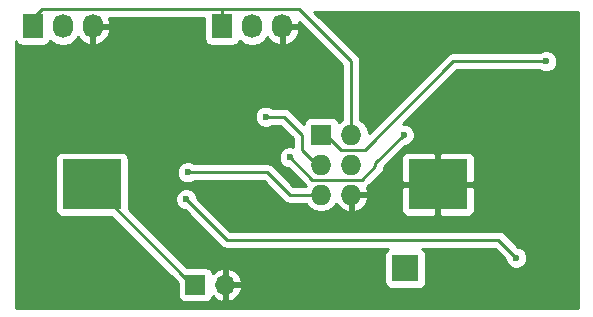
<source format=gbl>
G04 #@! TF.GenerationSoftware,KiCad,Pcbnew,no-vcs-found-7500~57~ubuntu16.04.1*
G04 #@! TF.CreationDate,2017-01-25T22:27:02+01:00*
G04 #@! TF.ProjectId,MultiUse_Battery_RFM69HCW,4D756C74695573655F42617474657279,rev?*
G04 #@! TF.FileFunction,Copper,L2,Bot,Signal*
G04 #@! TF.FilePolarity,Positive*
%FSLAX46Y46*%
G04 Gerber Fmt 4.6, Leading zero omitted, Abs format (unit mm)*
G04 Created by KiCad (PCBNEW no-vcs-found-7500~57~ubuntu16.04.1) date Wed Jan 25 22:27:02 2017*
%MOMM*%
%LPD*%
G01*
G04 APERTURE LIST*
%ADD10C,0.100000*%
%ADD11R,5.000000X4.200000*%
%ADD12R,2.235200X2.235200*%
%ADD13R,1.727200X2.032000*%
%ADD14O,1.727200X2.032000*%
%ADD15R,1.727200X1.727200*%
%ADD16O,1.727200X1.727200*%
%ADD17O,1.700000X1.700000*%
%ADD18R,1.700000X1.700000*%
%ADD19C,0.600000*%
%ADD20C,0.250000*%
%ADD21C,0.254000*%
G04 APERTURE END LIST*
D10*
D11*
X118454000Y-67818000D03*
X89154000Y-67818000D03*
D12*
X115697000Y-74930000D03*
D13*
X84162900Y-54444900D03*
D14*
X86702900Y-54444900D03*
X89242900Y-54444900D03*
D13*
X100190300Y-54432200D03*
D14*
X102730300Y-54432200D03*
X105270300Y-54432200D03*
D15*
X108585000Y-63627000D03*
D16*
X111125000Y-63627000D03*
X108585000Y-66167000D03*
X111125000Y-66167000D03*
X108585000Y-68707000D03*
X111125000Y-68707000D03*
D17*
X100457000Y-76327000D03*
D18*
X97917000Y-76327000D03*
D19*
X127635000Y-57404000D03*
X103886000Y-62103000D03*
X97282000Y-66802000D03*
X125095000Y-74041000D03*
X97155000Y-69088000D03*
X105918000Y-65532000D03*
X115570000Y-63627000D03*
D20*
X100190300Y-54432200D02*
X100190300Y-52959000D01*
X100190300Y-52959000D02*
X100203000Y-52959000D01*
X84162900Y-54444900D02*
X84162900Y-53759100D01*
X84162900Y-53759100D02*
X84963000Y-52959000D01*
X84963000Y-52959000D02*
X100203000Y-52959000D01*
X100203000Y-52959000D02*
X101473000Y-52959000D01*
X101473000Y-52959000D02*
X106680000Y-52959000D01*
X100190300Y-54432200D02*
X100190300Y-53479700D01*
X111125000Y-57404000D02*
X111125000Y-59690000D01*
X111125000Y-61671200D02*
X111125000Y-63627000D01*
X111125000Y-61087000D02*
X111125000Y-61671200D01*
X111125000Y-59690000D02*
X111125000Y-61087000D01*
X106680000Y-52959000D02*
X111125000Y-57404000D01*
X112141000Y-64897000D02*
X112268000Y-64897000D01*
X119761000Y-57404000D02*
X127635000Y-57404000D01*
X112268000Y-64897000D02*
X119761000Y-57404000D01*
X108585000Y-63627000D02*
X108966000Y-63627000D01*
X108966000Y-63627000D02*
X110236000Y-64897000D01*
X110236000Y-64897000D02*
X112141000Y-64897000D01*
X108585000Y-66167000D02*
X108204000Y-66167000D01*
X108204000Y-66167000D02*
X106934000Y-64897000D01*
X105410000Y-62103000D02*
X103886000Y-62103000D01*
X106934000Y-63627000D02*
X105410000Y-62103000D01*
X106934000Y-64897000D02*
X106934000Y-63627000D01*
X108585000Y-68707000D02*
X105918000Y-68707000D01*
X104013000Y-66802000D02*
X97282000Y-66802000D01*
X105918000Y-68707000D02*
X104013000Y-66802000D01*
X125095000Y-74041000D02*
X123571000Y-72517000D01*
X123571000Y-72517000D02*
X100584000Y-72517000D01*
X100584000Y-72517000D02*
X97155000Y-69088000D01*
X105918000Y-65532000D02*
X107823000Y-67437000D01*
X107823000Y-67437000D02*
X108204000Y-67437000D01*
X112014000Y-67437000D02*
X108204000Y-67437000D01*
X108204000Y-67437000D02*
X107823000Y-67437000D01*
X113157000Y-66294000D02*
X112014000Y-67437000D01*
X113157000Y-66040000D02*
X113157000Y-66294000D01*
X115570000Y-63627000D02*
X113157000Y-66040000D01*
X97663000Y-76327000D02*
X89154000Y-67818000D01*
D21*
G36*
X130290000Y-78290000D02*
X82710000Y-78290000D01*
X82710000Y-65718000D01*
X86006560Y-65718000D01*
X86006560Y-69918000D01*
X86055843Y-70165765D01*
X86196191Y-70375809D01*
X86406235Y-70516157D01*
X86654000Y-70565440D01*
X90826638Y-70565440D01*
X96419560Y-76158362D01*
X96419560Y-77177000D01*
X96468843Y-77424765D01*
X96609191Y-77634809D01*
X96819235Y-77775157D01*
X97067000Y-77824440D01*
X98767000Y-77824440D01*
X99014765Y-77775157D01*
X99224809Y-77634809D01*
X99365157Y-77424765D01*
X99385739Y-77321292D01*
X99690076Y-77598645D01*
X100100110Y-77768476D01*
X100330000Y-77647155D01*
X100330000Y-76454000D01*
X100584000Y-76454000D01*
X100584000Y-77647155D01*
X100813890Y-77768476D01*
X101223924Y-77598645D01*
X101652183Y-77208358D01*
X101898486Y-76683892D01*
X101777819Y-76454000D01*
X100584000Y-76454000D01*
X100330000Y-76454000D01*
X100310000Y-76454000D01*
X100310000Y-76200000D01*
X100330000Y-76200000D01*
X100330000Y-75006845D01*
X100584000Y-75006845D01*
X100584000Y-76200000D01*
X101777819Y-76200000D01*
X101898486Y-75970108D01*
X101652183Y-75445642D01*
X101223924Y-75055355D01*
X100813890Y-74885524D01*
X100584000Y-75006845D01*
X100330000Y-75006845D01*
X100100110Y-74885524D01*
X99690076Y-75055355D01*
X99385739Y-75332708D01*
X99365157Y-75229235D01*
X99224809Y-75019191D01*
X99014765Y-74878843D01*
X98767000Y-74829560D01*
X97240362Y-74829560D01*
X92301440Y-69890638D01*
X92301440Y-69273167D01*
X96219838Y-69273167D01*
X96361883Y-69616943D01*
X96624673Y-69880192D01*
X96968201Y-70022838D01*
X97015077Y-70022879D01*
X100046599Y-73054401D01*
X100293160Y-73219148D01*
X100584000Y-73277000D01*
X114237713Y-73277000D01*
X114121591Y-73354591D01*
X113981243Y-73564635D01*
X113931960Y-73812400D01*
X113931960Y-76047600D01*
X113981243Y-76295365D01*
X114121591Y-76505409D01*
X114331635Y-76645757D01*
X114579400Y-76695040D01*
X116814600Y-76695040D01*
X117062365Y-76645757D01*
X117272409Y-76505409D01*
X117412757Y-76295365D01*
X117462040Y-76047600D01*
X117462040Y-73812400D01*
X117412757Y-73564635D01*
X117272409Y-73354591D01*
X117156287Y-73277000D01*
X123256198Y-73277000D01*
X124159878Y-74180680D01*
X124159838Y-74226167D01*
X124301883Y-74569943D01*
X124564673Y-74833192D01*
X124908201Y-74975838D01*
X125280167Y-74976162D01*
X125623943Y-74834117D01*
X125887192Y-74571327D01*
X126029838Y-74227799D01*
X126030162Y-73855833D01*
X125888117Y-73512057D01*
X125625327Y-73248808D01*
X125281799Y-73106162D01*
X125234923Y-73106121D01*
X124108401Y-71979599D01*
X123861839Y-71814852D01*
X123571000Y-71757000D01*
X100898802Y-71757000D01*
X98090122Y-68948320D01*
X98090162Y-68902833D01*
X97948117Y-68559057D01*
X97685327Y-68295808D01*
X97341799Y-68153162D01*
X96969833Y-68152838D01*
X96626057Y-68294883D01*
X96362808Y-68557673D01*
X96220162Y-68901201D01*
X96219838Y-69273167D01*
X92301440Y-69273167D01*
X92301440Y-65718000D01*
X92252157Y-65470235D01*
X92111809Y-65260191D01*
X91901765Y-65119843D01*
X91654000Y-65070560D01*
X86654000Y-65070560D01*
X86406235Y-65119843D01*
X86196191Y-65260191D01*
X86055843Y-65470235D01*
X86006560Y-65718000D01*
X82710000Y-65718000D01*
X82710000Y-55721920D01*
X82841491Y-55918709D01*
X83051535Y-56059057D01*
X83299300Y-56108340D01*
X85026500Y-56108340D01*
X85274265Y-56059057D01*
X85484309Y-55918709D01*
X85624657Y-55708665D01*
X85631884Y-55672334D01*
X85643230Y-55689315D01*
X86129411Y-56014171D01*
X86702900Y-56128245D01*
X87276389Y-56014171D01*
X87762570Y-55689315D01*
X87969361Y-55379831D01*
X88340864Y-55795632D01*
X88868109Y-56049609D01*
X88883874Y-56052258D01*
X89115900Y-55931117D01*
X89115900Y-54571900D01*
X89369900Y-54571900D01*
X89369900Y-55931117D01*
X89601926Y-56052258D01*
X89617691Y-56049609D01*
X90144936Y-55795632D01*
X90534854Y-55359220D01*
X90728084Y-54806813D01*
X90583824Y-54571900D01*
X89369900Y-54571900D01*
X89115900Y-54571900D01*
X89095900Y-54571900D01*
X89095900Y-54317900D01*
X89115900Y-54317900D01*
X89115900Y-54297900D01*
X89369900Y-54297900D01*
X89369900Y-54317900D01*
X90583824Y-54317900D01*
X90728084Y-54082987D01*
X90600763Y-53719000D01*
X98679260Y-53719000D01*
X98679260Y-55448200D01*
X98728543Y-55695965D01*
X98868891Y-55906009D01*
X99078935Y-56046357D01*
X99326700Y-56095640D01*
X101053900Y-56095640D01*
X101301665Y-56046357D01*
X101511709Y-55906009D01*
X101652057Y-55695965D01*
X101659284Y-55659634D01*
X101670630Y-55676615D01*
X102156811Y-56001471D01*
X102730300Y-56115545D01*
X103303789Y-56001471D01*
X103789970Y-55676615D01*
X103996761Y-55367131D01*
X104368264Y-55782932D01*
X104895509Y-56036909D01*
X104911274Y-56039558D01*
X105143300Y-55918417D01*
X105143300Y-54559200D01*
X105397300Y-54559200D01*
X105397300Y-55918417D01*
X105629326Y-56039558D01*
X105645091Y-56036909D01*
X106172336Y-55782932D01*
X106562254Y-55346520D01*
X106755484Y-54794113D01*
X106611224Y-54559200D01*
X105397300Y-54559200D01*
X105143300Y-54559200D01*
X105123300Y-54559200D01*
X105123300Y-54305200D01*
X105143300Y-54305200D01*
X105143300Y-54285200D01*
X105397300Y-54285200D01*
X105397300Y-54305200D01*
X106611224Y-54305200D01*
X106740646Y-54094448D01*
X110365000Y-57718802D01*
X110365000Y-62347480D01*
X110054568Y-62554904D01*
X110046757Y-62515635D01*
X109906409Y-62305591D01*
X109696365Y-62165243D01*
X109448600Y-62115960D01*
X107721400Y-62115960D01*
X107473635Y-62165243D01*
X107263591Y-62305591D01*
X107123243Y-62515635D01*
X107085780Y-62703978D01*
X105947401Y-61565599D01*
X105700839Y-61400852D01*
X105410000Y-61343000D01*
X104448463Y-61343000D01*
X104416327Y-61310808D01*
X104072799Y-61168162D01*
X103700833Y-61167838D01*
X103357057Y-61309883D01*
X103093808Y-61572673D01*
X102951162Y-61916201D01*
X102950838Y-62288167D01*
X103092883Y-62631943D01*
X103355673Y-62895192D01*
X103699201Y-63037838D01*
X104071167Y-63038162D01*
X104414943Y-62896117D01*
X104448118Y-62863000D01*
X105095198Y-62863000D01*
X106174000Y-63941802D01*
X106174000Y-64625897D01*
X106104799Y-64597162D01*
X105732833Y-64596838D01*
X105389057Y-64738883D01*
X105125808Y-65001673D01*
X104983162Y-65345201D01*
X104982838Y-65717167D01*
X105124883Y-66060943D01*
X105387673Y-66324192D01*
X105731201Y-66466838D01*
X105778077Y-66466879D01*
X107258198Y-67947000D01*
X106232802Y-67947000D01*
X104550401Y-66264599D01*
X104303839Y-66099852D01*
X104013000Y-66042000D01*
X97844463Y-66042000D01*
X97812327Y-66009808D01*
X97468799Y-65867162D01*
X97096833Y-65866838D01*
X96753057Y-66008883D01*
X96489808Y-66271673D01*
X96347162Y-66615201D01*
X96346838Y-66987167D01*
X96488883Y-67330943D01*
X96751673Y-67594192D01*
X97095201Y-67736838D01*
X97467167Y-67737162D01*
X97810943Y-67595117D01*
X97844118Y-67562000D01*
X103698198Y-67562000D01*
X105380599Y-69244401D01*
X105627161Y-69409148D01*
X105918000Y-69467000D01*
X107295738Y-69467000D01*
X107495971Y-69766670D01*
X107982152Y-70091526D01*
X108555641Y-70205600D01*
X108614359Y-70205600D01*
X109187848Y-70091526D01*
X109674029Y-69766670D01*
X109854992Y-69495839D01*
X110236510Y-69913821D01*
X110765973Y-70161968D01*
X110998000Y-70041469D01*
X110998000Y-68834000D01*
X111252000Y-68834000D01*
X111252000Y-70041469D01*
X111484027Y-70161968D01*
X112013490Y-69913821D01*
X112407688Y-69481947D01*
X112579958Y-69066026D01*
X112458817Y-68834000D01*
X111252000Y-68834000D01*
X110998000Y-68834000D01*
X110978000Y-68834000D01*
X110978000Y-68580000D01*
X110998000Y-68580000D01*
X110998000Y-68560000D01*
X111252000Y-68560000D01*
X111252000Y-68580000D01*
X112458817Y-68580000D01*
X112579958Y-68347974D01*
X112478804Y-68103750D01*
X115319000Y-68103750D01*
X115319000Y-70044310D01*
X115415673Y-70277699D01*
X115594302Y-70456327D01*
X115827691Y-70553000D01*
X118168250Y-70553000D01*
X118327000Y-70394250D01*
X118327000Y-67945000D01*
X118581000Y-67945000D01*
X118581000Y-70394250D01*
X118739750Y-70553000D01*
X121080309Y-70553000D01*
X121313698Y-70456327D01*
X121492327Y-70277699D01*
X121589000Y-70044310D01*
X121589000Y-68103750D01*
X121430250Y-67945000D01*
X118581000Y-67945000D01*
X118327000Y-67945000D01*
X115477750Y-67945000D01*
X115319000Y-68103750D01*
X112478804Y-68103750D01*
X112452578Y-68040432D01*
X112551401Y-67974401D01*
X113694401Y-66831401D01*
X113859148Y-66584839D01*
X113901903Y-66369899D01*
X114680112Y-65591690D01*
X115319000Y-65591690D01*
X115319000Y-67532250D01*
X115477750Y-67691000D01*
X118327000Y-67691000D01*
X118327000Y-65241750D01*
X118581000Y-65241750D01*
X118581000Y-67691000D01*
X121430250Y-67691000D01*
X121589000Y-67532250D01*
X121589000Y-65591690D01*
X121492327Y-65358301D01*
X121313698Y-65179673D01*
X121080309Y-65083000D01*
X118739750Y-65083000D01*
X118581000Y-65241750D01*
X118327000Y-65241750D01*
X118168250Y-65083000D01*
X115827691Y-65083000D01*
X115594302Y-65179673D01*
X115415673Y-65358301D01*
X115319000Y-65591690D01*
X114680112Y-65591690D01*
X115709680Y-64562122D01*
X115755167Y-64562162D01*
X116098943Y-64420117D01*
X116362192Y-64157327D01*
X116504838Y-63813799D01*
X116505162Y-63441833D01*
X116363117Y-63098057D01*
X116100327Y-62834808D01*
X115756799Y-62692162D01*
X115547822Y-62691980D01*
X120075802Y-58164000D01*
X127072537Y-58164000D01*
X127104673Y-58196192D01*
X127448201Y-58338838D01*
X127820167Y-58339162D01*
X128163943Y-58197117D01*
X128427192Y-57934327D01*
X128569838Y-57590799D01*
X128570162Y-57218833D01*
X128428117Y-56875057D01*
X128165327Y-56611808D01*
X127821799Y-56469162D01*
X127449833Y-56468838D01*
X127106057Y-56610883D01*
X127072882Y-56644000D01*
X119761000Y-56644000D01*
X119470160Y-56701852D01*
X119223599Y-56866599D01*
X112621476Y-63468722D01*
X112538885Y-63053511D01*
X112214029Y-62567330D01*
X111885000Y-62347480D01*
X111885000Y-57404000D01*
X111827148Y-57113161D01*
X111827148Y-57113160D01*
X111662401Y-56866599D01*
X108005802Y-53210000D01*
X130290000Y-53210000D01*
X130290000Y-78290000D01*
X130290000Y-78290000D01*
G37*
X130290000Y-78290000D02*
X82710000Y-78290000D01*
X82710000Y-65718000D01*
X86006560Y-65718000D01*
X86006560Y-69918000D01*
X86055843Y-70165765D01*
X86196191Y-70375809D01*
X86406235Y-70516157D01*
X86654000Y-70565440D01*
X90826638Y-70565440D01*
X96419560Y-76158362D01*
X96419560Y-77177000D01*
X96468843Y-77424765D01*
X96609191Y-77634809D01*
X96819235Y-77775157D01*
X97067000Y-77824440D01*
X98767000Y-77824440D01*
X99014765Y-77775157D01*
X99224809Y-77634809D01*
X99365157Y-77424765D01*
X99385739Y-77321292D01*
X99690076Y-77598645D01*
X100100110Y-77768476D01*
X100330000Y-77647155D01*
X100330000Y-76454000D01*
X100584000Y-76454000D01*
X100584000Y-77647155D01*
X100813890Y-77768476D01*
X101223924Y-77598645D01*
X101652183Y-77208358D01*
X101898486Y-76683892D01*
X101777819Y-76454000D01*
X100584000Y-76454000D01*
X100330000Y-76454000D01*
X100310000Y-76454000D01*
X100310000Y-76200000D01*
X100330000Y-76200000D01*
X100330000Y-75006845D01*
X100584000Y-75006845D01*
X100584000Y-76200000D01*
X101777819Y-76200000D01*
X101898486Y-75970108D01*
X101652183Y-75445642D01*
X101223924Y-75055355D01*
X100813890Y-74885524D01*
X100584000Y-75006845D01*
X100330000Y-75006845D01*
X100100110Y-74885524D01*
X99690076Y-75055355D01*
X99385739Y-75332708D01*
X99365157Y-75229235D01*
X99224809Y-75019191D01*
X99014765Y-74878843D01*
X98767000Y-74829560D01*
X97240362Y-74829560D01*
X92301440Y-69890638D01*
X92301440Y-69273167D01*
X96219838Y-69273167D01*
X96361883Y-69616943D01*
X96624673Y-69880192D01*
X96968201Y-70022838D01*
X97015077Y-70022879D01*
X100046599Y-73054401D01*
X100293160Y-73219148D01*
X100584000Y-73277000D01*
X114237713Y-73277000D01*
X114121591Y-73354591D01*
X113981243Y-73564635D01*
X113931960Y-73812400D01*
X113931960Y-76047600D01*
X113981243Y-76295365D01*
X114121591Y-76505409D01*
X114331635Y-76645757D01*
X114579400Y-76695040D01*
X116814600Y-76695040D01*
X117062365Y-76645757D01*
X117272409Y-76505409D01*
X117412757Y-76295365D01*
X117462040Y-76047600D01*
X117462040Y-73812400D01*
X117412757Y-73564635D01*
X117272409Y-73354591D01*
X117156287Y-73277000D01*
X123256198Y-73277000D01*
X124159878Y-74180680D01*
X124159838Y-74226167D01*
X124301883Y-74569943D01*
X124564673Y-74833192D01*
X124908201Y-74975838D01*
X125280167Y-74976162D01*
X125623943Y-74834117D01*
X125887192Y-74571327D01*
X126029838Y-74227799D01*
X126030162Y-73855833D01*
X125888117Y-73512057D01*
X125625327Y-73248808D01*
X125281799Y-73106162D01*
X125234923Y-73106121D01*
X124108401Y-71979599D01*
X123861839Y-71814852D01*
X123571000Y-71757000D01*
X100898802Y-71757000D01*
X98090122Y-68948320D01*
X98090162Y-68902833D01*
X97948117Y-68559057D01*
X97685327Y-68295808D01*
X97341799Y-68153162D01*
X96969833Y-68152838D01*
X96626057Y-68294883D01*
X96362808Y-68557673D01*
X96220162Y-68901201D01*
X96219838Y-69273167D01*
X92301440Y-69273167D01*
X92301440Y-65718000D01*
X92252157Y-65470235D01*
X92111809Y-65260191D01*
X91901765Y-65119843D01*
X91654000Y-65070560D01*
X86654000Y-65070560D01*
X86406235Y-65119843D01*
X86196191Y-65260191D01*
X86055843Y-65470235D01*
X86006560Y-65718000D01*
X82710000Y-65718000D01*
X82710000Y-55721920D01*
X82841491Y-55918709D01*
X83051535Y-56059057D01*
X83299300Y-56108340D01*
X85026500Y-56108340D01*
X85274265Y-56059057D01*
X85484309Y-55918709D01*
X85624657Y-55708665D01*
X85631884Y-55672334D01*
X85643230Y-55689315D01*
X86129411Y-56014171D01*
X86702900Y-56128245D01*
X87276389Y-56014171D01*
X87762570Y-55689315D01*
X87969361Y-55379831D01*
X88340864Y-55795632D01*
X88868109Y-56049609D01*
X88883874Y-56052258D01*
X89115900Y-55931117D01*
X89115900Y-54571900D01*
X89369900Y-54571900D01*
X89369900Y-55931117D01*
X89601926Y-56052258D01*
X89617691Y-56049609D01*
X90144936Y-55795632D01*
X90534854Y-55359220D01*
X90728084Y-54806813D01*
X90583824Y-54571900D01*
X89369900Y-54571900D01*
X89115900Y-54571900D01*
X89095900Y-54571900D01*
X89095900Y-54317900D01*
X89115900Y-54317900D01*
X89115900Y-54297900D01*
X89369900Y-54297900D01*
X89369900Y-54317900D01*
X90583824Y-54317900D01*
X90728084Y-54082987D01*
X90600763Y-53719000D01*
X98679260Y-53719000D01*
X98679260Y-55448200D01*
X98728543Y-55695965D01*
X98868891Y-55906009D01*
X99078935Y-56046357D01*
X99326700Y-56095640D01*
X101053900Y-56095640D01*
X101301665Y-56046357D01*
X101511709Y-55906009D01*
X101652057Y-55695965D01*
X101659284Y-55659634D01*
X101670630Y-55676615D01*
X102156811Y-56001471D01*
X102730300Y-56115545D01*
X103303789Y-56001471D01*
X103789970Y-55676615D01*
X103996761Y-55367131D01*
X104368264Y-55782932D01*
X104895509Y-56036909D01*
X104911274Y-56039558D01*
X105143300Y-55918417D01*
X105143300Y-54559200D01*
X105397300Y-54559200D01*
X105397300Y-55918417D01*
X105629326Y-56039558D01*
X105645091Y-56036909D01*
X106172336Y-55782932D01*
X106562254Y-55346520D01*
X106755484Y-54794113D01*
X106611224Y-54559200D01*
X105397300Y-54559200D01*
X105143300Y-54559200D01*
X105123300Y-54559200D01*
X105123300Y-54305200D01*
X105143300Y-54305200D01*
X105143300Y-54285200D01*
X105397300Y-54285200D01*
X105397300Y-54305200D01*
X106611224Y-54305200D01*
X106740646Y-54094448D01*
X110365000Y-57718802D01*
X110365000Y-62347480D01*
X110054568Y-62554904D01*
X110046757Y-62515635D01*
X109906409Y-62305591D01*
X109696365Y-62165243D01*
X109448600Y-62115960D01*
X107721400Y-62115960D01*
X107473635Y-62165243D01*
X107263591Y-62305591D01*
X107123243Y-62515635D01*
X107085780Y-62703978D01*
X105947401Y-61565599D01*
X105700839Y-61400852D01*
X105410000Y-61343000D01*
X104448463Y-61343000D01*
X104416327Y-61310808D01*
X104072799Y-61168162D01*
X103700833Y-61167838D01*
X103357057Y-61309883D01*
X103093808Y-61572673D01*
X102951162Y-61916201D01*
X102950838Y-62288167D01*
X103092883Y-62631943D01*
X103355673Y-62895192D01*
X103699201Y-63037838D01*
X104071167Y-63038162D01*
X104414943Y-62896117D01*
X104448118Y-62863000D01*
X105095198Y-62863000D01*
X106174000Y-63941802D01*
X106174000Y-64625897D01*
X106104799Y-64597162D01*
X105732833Y-64596838D01*
X105389057Y-64738883D01*
X105125808Y-65001673D01*
X104983162Y-65345201D01*
X104982838Y-65717167D01*
X105124883Y-66060943D01*
X105387673Y-66324192D01*
X105731201Y-66466838D01*
X105778077Y-66466879D01*
X107258198Y-67947000D01*
X106232802Y-67947000D01*
X104550401Y-66264599D01*
X104303839Y-66099852D01*
X104013000Y-66042000D01*
X97844463Y-66042000D01*
X97812327Y-66009808D01*
X97468799Y-65867162D01*
X97096833Y-65866838D01*
X96753057Y-66008883D01*
X96489808Y-66271673D01*
X96347162Y-66615201D01*
X96346838Y-66987167D01*
X96488883Y-67330943D01*
X96751673Y-67594192D01*
X97095201Y-67736838D01*
X97467167Y-67737162D01*
X97810943Y-67595117D01*
X97844118Y-67562000D01*
X103698198Y-67562000D01*
X105380599Y-69244401D01*
X105627161Y-69409148D01*
X105918000Y-69467000D01*
X107295738Y-69467000D01*
X107495971Y-69766670D01*
X107982152Y-70091526D01*
X108555641Y-70205600D01*
X108614359Y-70205600D01*
X109187848Y-70091526D01*
X109674029Y-69766670D01*
X109854992Y-69495839D01*
X110236510Y-69913821D01*
X110765973Y-70161968D01*
X110998000Y-70041469D01*
X110998000Y-68834000D01*
X111252000Y-68834000D01*
X111252000Y-70041469D01*
X111484027Y-70161968D01*
X112013490Y-69913821D01*
X112407688Y-69481947D01*
X112579958Y-69066026D01*
X112458817Y-68834000D01*
X111252000Y-68834000D01*
X110998000Y-68834000D01*
X110978000Y-68834000D01*
X110978000Y-68580000D01*
X110998000Y-68580000D01*
X110998000Y-68560000D01*
X111252000Y-68560000D01*
X111252000Y-68580000D01*
X112458817Y-68580000D01*
X112579958Y-68347974D01*
X112478804Y-68103750D01*
X115319000Y-68103750D01*
X115319000Y-70044310D01*
X115415673Y-70277699D01*
X115594302Y-70456327D01*
X115827691Y-70553000D01*
X118168250Y-70553000D01*
X118327000Y-70394250D01*
X118327000Y-67945000D01*
X118581000Y-67945000D01*
X118581000Y-70394250D01*
X118739750Y-70553000D01*
X121080309Y-70553000D01*
X121313698Y-70456327D01*
X121492327Y-70277699D01*
X121589000Y-70044310D01*
X121589000Y-68103750D01*
X121430250Y-67945000D01*
X118581000Y-67945000D01*
X118327000Y-67945000D01*
X115477750Y-67945000D01*
X115319000Y-68103750D01*
X112478804Y-68103750D01*
X112452578Y-68040432D01*
X112551401Y-67974401D01*
X113694401Y-66831401D01*
X113859148Y-66584839D01*
X113901903Y-66369899D01*
X114680112Y-65591690D01*
X115319000Y-65591690D01*
X115319000Y-67532250D01*
X115477750Y-67691000D01*
X118327000Y-67691000D01*
X118327000Y-65241750D01*
X118581000Y-65241750D01*
X118581000Y-67691000D01*
X121430250Y-67691000D01*
X121589000Y-67532250D01*
X121589000Y-65591690D01*
X121492327Y-65358301D01*
X121313698Y-65179673D01*
X121080309Y-65083000D01*
X118739750Y-65083000D01*
X118581000Y-65241750D01*
X118327000Y-65241750D01*
X118168250Y-65083000D01*
X115827691Y-65083000D01*
X115594302Y-65179673D01*
X115415673Y-65358301D01*
X115319000Y-65591690D01*
X114680112Y-65591690D01*
X115709680Y-64562122D01*
X115755167Y-64562162D01*
X116098943Y-64420117D01*
X116362192Y-64157327D01*
X116504838Y-63813799D01*
X116505162Y-63441833D01*
X116363117Y-63098057D01*
X116100327Y-62834808D01*
X115756799Y-62692162D01*
X115547822Y-62691980D01*
X120075802Y-58164000D01*
X127072537Y-58164000D01*
X127104673Y-58196192D01*
X127448201Y-58338838D01*
X127820167Y-58339162D01*
X128163943Y-58197117D01*
X128427192Y-57934327D01*
X128569838Y-57590799D01*
X128570162Y-57218833D01*
X128428117Y-56875057D01*
X128165327Y-56611808D01*
X127821799Y-56469162D01*
X127449833Y-56468838D01*
X127106057Y-56610883D01*
X127072882Y-56644000D01*
X119761000Y-56644000D01*
X119470160Y-56701852D01*
X119223599Y-56866599D01*
X112621476Y-63468722D01*
X112538885Y-63053511D01*
X112214029Y-62567330D01*
X111885000Y-62347480D01*
X111885000Y-57404000D01*
X111827148Y-57113161D01*
X111827148Y-57113160D01*
X111662401Y-56866599D01*
X108005802Y-53210000D01*
X130290000Y-53210000D01*
X130290000Y-78290000D01*
M02*

</source>
